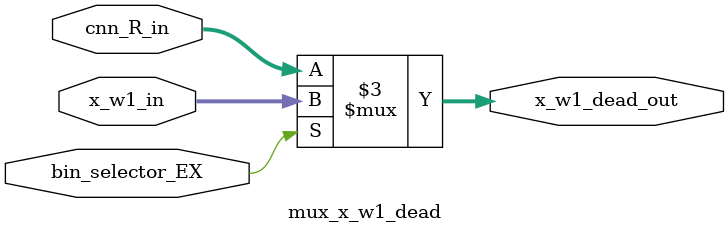
<source format=v>




`timescale 1ns/1ps

// module mux_x_w1_dead : mux_x_w1_dead
module mux_x_w1_dead
  ( input                    bin_selector_EX,
    input      signed [31:0] cnn_R_in, // w32
    input      signed [31:0] x_w1_in, // w32
    output reg signed [31:0] x_w1_dead_out // w32
  );


  // synopsys dc_tcl_script_begin
  // set_ungroup [current_design]
  // synopsys dc_tcl_script_end
  always @ (*)

  begin : p_mux_x_w1_dead

    x_w1_dead_out = 32'sh0;

    case (bin_selector_EX)
      1'b0 : // (x_w1_dead_copy0_cnn_w1_EX)
      begin
        // [cnn.n:35]
        x_w1_dead_out = cnn_R_in;
      end
      default : // (x_w1_dead_copy0_x_w1_EX)
      begin
        // [regX.n:98]
        x_w1_dead_out = x_w1_in;
      end
    endcase

  end

endmodule

</source>
